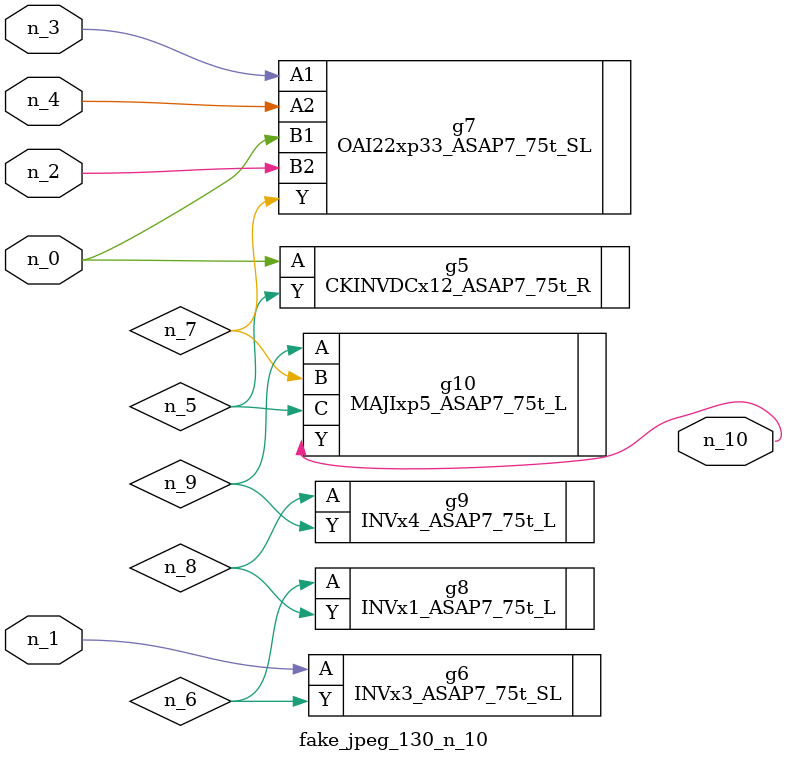
<source format=v>
module fake_jpeg_130_n_10 (n_3, n_2, n_1, n_0, n_4, n_10);

input n_3;
input n_2;
input n_1;
input n_0;
input n_4;

output n_10;

wire n_8;
wire n_9;
wire n_6;
wire n_5;
wire n_7;

CKINVDCx12_ASAP7_75t_R g5 ( 
.A(n_0),
.Y(n_5)
);

INVx3_ASAP7_75t_SL g6 ( 
.A(n_1),
.Y(n_6)
);

OAI22xp33_ASAP7_75t_SL g7 ( 
.A1(n_3),
.A2(n_4),
.B1(n_0),
.B2(n_2),
.Y(n_7)
);

INVx1_ASAP7_75t_L g8 ( 
.A(n_6),
.Y(n_8)
);

INVx4_ASAP7_75t_L g9 ( 
.A(n_8),
.Y(n_9)
);

MAJIxp5_ASAP7_75t_L g10 ( 
.A(n_9),
.B(n_7),
.C(n_5),
.Y(n_10)
);


endmodule
</source>
